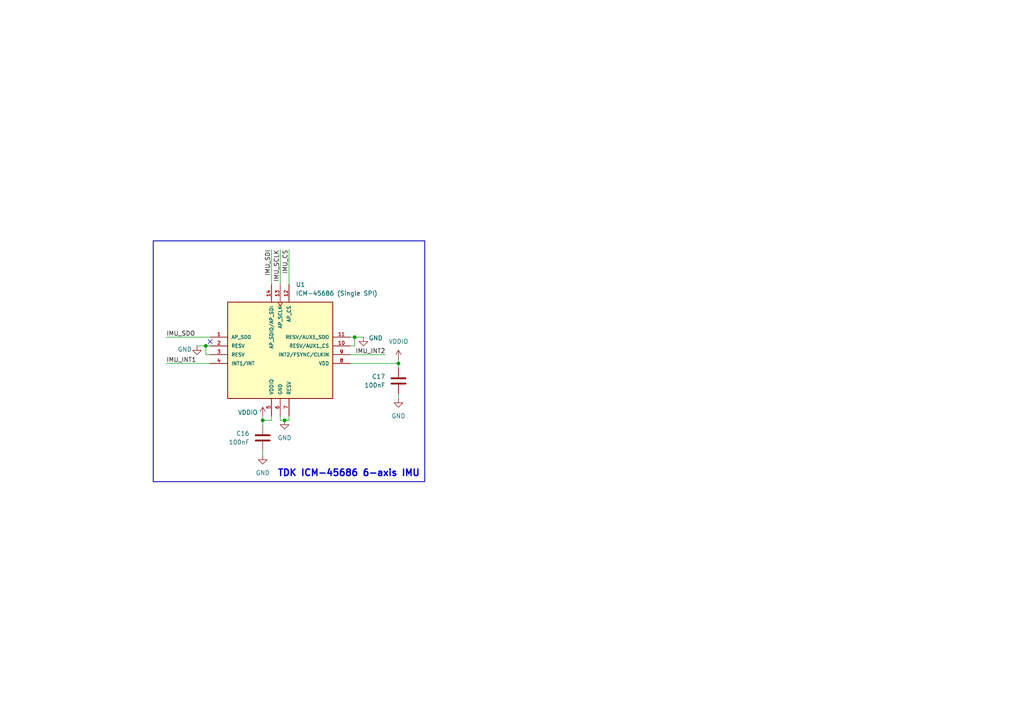
<source format=kicad_sch>
(kicad_sch (version 20250114) (generator "eeschema") (generator_version "9.0")
  (paper "A4")
  (lib_symbols
    (symbol "Device:C" (pin_numbers (hide yes)) (pin_names (offset 0.254))
      (property "Reference" "C" (at 0.635 2.54 0))
      (property "Value" "C" (at 0.635 -2.54 0))
      (symbol "C_0_1"
        (polyline (pts (xy -2.032 0.762) (xy 2.032 0.762)) (stroke (width 0.508)))
        (polyline (pts (xy -2.032 -0.762) (xy 2.032 -0.762)) (stroke (width 0.508)))
      )
      (symbol "C_1_1"
        (pin passive line (at 0 3.81 270) (length 2.794) (name "~") (number "1"))
        (pin passive line (at 0 -3.81 90) (length 2.794) (name "~") (number "2"))
      )
    )
    (symbol "TuftTrack:ICM-45686_(Single_SPI)" (pin_names (offset 1.016))
      (property "Reference" "U" (at -14.986 14.732 0))
      (property "Value" "ICM-45686 (Single SPI)" (at 4.064 -15.24 0))
      (symbol "ICM-45686_(Single_SPI)_0_0"
        (rectangle (start -15.24 13.97) (end 15.24 -13.97) (stroke (width 0.254)) (fill (type background)))
        (pin output line (at -20.32 -3.81 0) (length 5.08) (name "INT1/INT") (number "4"))
        (pin power_in line (at -2.54 -19.05 90) (length 5.08) (name "VDDIO") (number "5"))
        (pin power_in line (at 0 -19.05 90) (length 5.08) (name "GND") (number "6"))
        (pin input line (at 2.54 19.05 270) (length 5.08) (name "AP_CS") (number "12"))
        (pin passive line (at 2.54 -19.05 90) (length 5.08) (name "RESV") (number "7"))
        (pin output line (at 20.32 3.81 180) (length 5.08) (name "RESV/AUX1_SDO") (number "11"))
        (pin input line (at 20.32 1.27 180) (length 5.08) (name "RESV/AUX1_CS") (number "10"))
        (pin bidirectional line (at 20.32 -1.27 180) (length 5.08) (name "INT2/FSYNC/CLKIN") (number "9"))
        (pin power_in line (at 20.32 -3.81 180) (length 5.08) (name "VDD") (number "8"))
      )
      (symbol "ICM-45686_(Single_SPI)_1_0"
        (pin bidirectional line (at -20.32 3.81 0) (length 5.08) (name "AP_SD0") (number "1"))
        (pin bidirectional line (at -20.32 1.27 0) (length 5.08) (name "RESV") (number "2"))
        (pin bidirectional line (at -20.32 -1.27 0) (length 5.08) (name "RESV") (number "3"))
        (pin bidirectional line (at -2.54 19.05 270) (length 5.08) (name "AP_SDIO/AP_SDI") (number "14"))
        (pin input clock (at 0 19.05 270) (length 5.08) (name "AP_SCLK") (number "13"))
      )
    )
    (symbol "TuftTrack:VDDIO" (power) (pin_numbers (hide yes)) (pin_names (offset 0) (hide yes))
      (property "Value" "VDDIO" (at 0 3.556 0))
      (symbol "VDDIO_0_1"
        (polyline (pts (xy -0.762 1.27) (xy 0 2.54)))
        (polyline (pts (xy 0 2.54) (xy 0.762 1.27)))
        (polyline (pts (xy 0 0) (xy 0 2.54)))
      )
      (symbol "VDDIO_1_1"
        (pin power_in line (at 0 0 90) (length 0) (name "~") (number "1"))
      )
    )
    (symbol "power:GND" (power) (pin_numbers (hide yes)) (pin_names (offset 0) (hide yes))
      (property "Value" "GND" (at 0 -3.81 0))
      (symbol "GND_0_1"
        (polyline (pts (xy 0 0) (xy 0 -1.27) (xy 1.27 -1.27) (xy 0 -2.54) (xy -1.27 -1.27) (xy 0 -1.27)))
      )
      (symbol "GND_1_1"
        (pin power_in line (at 0 0 270) (length 0) (name "~") (number "1"))
      )
    )
  )
  (rectangle (start 44.45 69.85) (end 123.19 139.7) (stroke (width 0.254)))
  (text "TDK ICM-45686 6-axis IMU" (at 121.92 138.43 0) (effects (font (size 1.905 1.905) (thickness 0.381) (bold yes)) (justify right bottom)))
  (junction (at 102.87 97.79))
  (junction (at 59.69 100.33))
  (junction (at 82.55 121.92))
  (junction (at 76.2 121.92))
  (junction (at 115.57 105.41))
  (no_connect (at 60.96 99.06))
  (wire (pts (xy 78.74 72.39) (xy 78.74 82.55)))
  (wire (pts (xy 48.26 97.79) (xy 60.96 97.79)))
  (wire (pts (xy 115.57 104.14) (xy 115.57 105.41)))
  (wire (pts (xy 76.2 123.19) (xy 76.2 121.92)))
  (wire (pts (xy 59.69 102.87) (xy 60.96 102.87)))
  (wire (pts (xy 76.2 121.92) (xy 78.74 121.92)))
  (wire (pts (xy 115.57 105.41) (xy 101.6 105.41)))
  (wire (pts (xy 81.28 120.65) (xy 81.28 121.92)))
  (wire (pts (xy 102.87 97.79) (xy 101.6 97.79)))
  (wire (pts (xy 83.82 121.92) (xy 83.82 120.65)))
  (wire (pts (xy 82.55 121.92) (xy 83.82 121.92)))
  (wire (pts (xy 115.57 105.41) (xy 115.57 106.68)))
  (wire (pts (xy 60.96 100.33) (xy 59.69 100.33)))
  (wire (pts (xy 83.82 72.39) (xy 83.82 82.55)))
  (wire (pts (xy 102.87 100.33) (xy 102.87 97.79)))
  (wire (pts (xy 57.15 100.33) (xy 59.69 100.33)))
  (wire (pts (xy 78.74 121.92) (xy 78.74 120.65)))
  (wire (pts (xy 76.2 130.81) (xy 76.2 132.08)))
  (wire (pts (xy 102.87 97.79) (xy 105.41 97.79)))
  (wire (pts (xy 101.6 100.33) (xy 102.87 100.33)))
  (wire (pts (xy 81.28 72.39) (xy 81.28 82.55)))
  (wire (pts (xy 115.57 114.3) (xy 115.57 115.57)))
  (wire (pts (xy 111.76 102.87) (xy 101.6 102.87)))
  (wire (pts (xy 76.2 120.65) (xy 76.2 121.92)))
  (wire (pts (xy 81.28 121.92) (xy 82.55 121.92)))
  (wire (pts (xy 59.69 100.33) (xy 59.69 102.87)))
  (wire (pts (xy 48.26 105.41) (xy 60.96 105.41)))
  (label "IMU_SCLK" (at 81.28 72.39 270))
  (label "IMU_INT2" (at 111.76 102.87 180))
  (label "IMU_SDO" (at 48.26 97.79 0))
  (label "IMU_CS" (at 83.82 72.39 270))
  (label "IMU_SDI" (at 78.74 72.39 270))
  (label "IMU_INT1" (at 48.26 105.41 0))
  (symbol (lib_id "TuftTrack:VDDIO") (at 115.57 104.14 0) (unit 1)
    (property "Reference" "#PWR024" (effects (hide yes)))
    (property "Value" "VDDIO" (at 115.57 99.06 0))
    (property "Description" "Power symbol creates a global label with name \"VDDIO\"" (effects (hide yes)))
  )
  (symbol (lib_id "Device:C") (at 76.2 127 0) (mirror y) (unit 1)
    (property "Reference" "C16" (at 72.39 125.7299 0) (effects (justify left)))
    (property "Value" "100nF" (at 72.39 128.2699 0) (effects (justify left)))
    (property "Description" "Unpolarized capacitor" (effects (hide yes)))
  )
  (symbol (lib_id "power:GND") (at 57.15 100.33 0) (unit 1)
    (property "Reference" "#PWR04" (effects (hide yes)))
    (property "Value" "GND" (at 53.594 101.346 0))
    (property "Description" "Power symbol creates a global label with name \"GND\" , ground" (effects (hide yes)))
  )
  (symbol (lib_id "TuftTrack:ICM-45686_(Single_SPI)") (at 81.28 101.6 0) (unit 1)
    (property "Reference" "U1" (at 85.7886 82.55 0) (effects (justify left)))
    (property "Value" "ICM-45686 (Single SPI)" (at 85.7886 85.09 0) (effects (justify left)))
    (property "Footprint" "ICM-45686:IC_ICM-45686" (effects (hide yes)))
    (property "PARTREV" "0.2" (effects (hide yes)))
    (property "STANDARD" "Manufacturer Recommendations" (effects (hide yes)))
    (property "MAXIMUM_PACKAGE_HEIGHT" "0.86mm" (effects (hide yes)))
    (property "MANUFACTURER" "TDK InvenSense" (effects (hide yes)))
  )
  (symbol (lib_id "Device:C") (at 115.57 110.49 0) (mirror y) (unit 1)
    (property "Reference" "C17" (at 111.76 109.2199 0) (effects (justify left)))
    (property "Value" "100nF" (at 111.76 111.7599 0) (effects (justify left)))
    (property "Description" "Unpolarized capacitor" (effects (hide yes)))
  )
  (symbol (lib_id "power:GND") (at 115.57 115.57 0) (unit 1)
    (property "Reference" "#PWR027" (effects (hide yes)))
    (property "Value" "GND" (at 115.57 120.65 0))
    (property "Description" "Power symbol creates a global label with name \"GND\" , ground" (effects (hide yes)))
  )
  (symbol (lib_id "power:GND") (at 105.41 97.79 0) (mirror y) (unit 1)
    (property "Reference" "#PWR025" (effects (hide yes)))
    (property "Value" "GND" (at 108.966 98.044 0))
    (property "Description" "Power symbol creates a global label with name \"GND\" , ground" (effects (hide yes)))
  )
  (symbol (lib_id "TuftTrack:VDDIO") (at 76.2 120.65 0) (unit 1)
    (property "Reference" "#PWR023" (effects (hide yes)))
    (property "Value" "VDDIO" (at 71.882 119.634 0))
    (property "Description" "Power symbol creates a global label with name \"VDDIO\"" (effects (hide yes)))
  )
  (symbol (lib_id "power:GND") (at 82.55 121.92 0) (mirror y) (unit 1)
    (property "Reference" "#PWR022" (effects (hide yes)))
    (property "Value" "GND" (at 82.55 127 0))
    (property "Description" "Power symbol creates a global label with name \"GND\" , ground" (effects (hide yes)))
  )
  (symbol (lib_id "power:GND") (at 76.2 132.08 0) (unit 1)
    (property "Reference" "#PWR026" (effects (hide yes)))
    (property "Value" "GND" (at 76.2 137.16 0))
    (property "Description" "Power symbol creates a global label with name \"GND\" , ground" (effects (hide yes)))
  )
)
</source>
